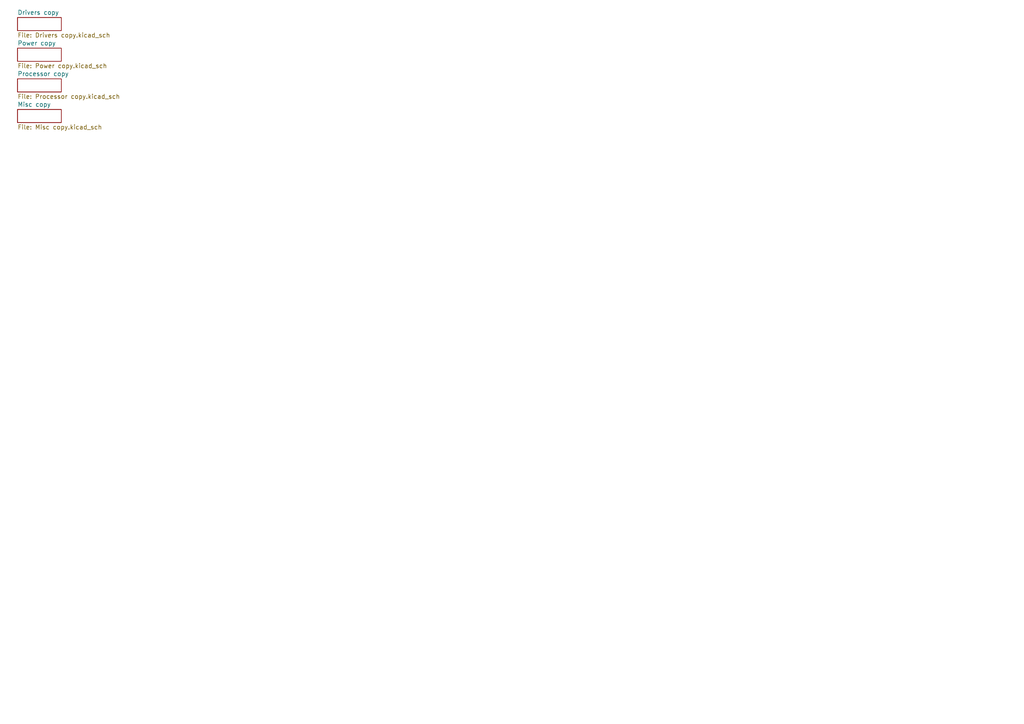
<source format=kicad_sch>
(kicad_sch
	(version 20231120)
	(generator "eeschema")
	(generator_version "8.0")
	(uuid "26efec90-6385-4ebd-b1b9-ffaff8171219")
	(paper "A4")
	(lib_symbols)
	(sheet
		(at 5.08 31.75)
		(size 12.7 3.81)
		(fields_autoplaced yes)
		(stroke
			(width 0)
			(type solid)
		)
		(fill
			(color 0 0 0 0.0000)
		)
		(uuid "349b5199-0282-487f-8803-47dbc63225aa")
		(property "Sheetname" "Misc copy"
			(at 5.08 31.0384 0)
			(effects
				(font
					(size 1.27 1.27)
				)
				(justify left bottom)
			)
		)
		(property "Sheetfile" "Misc copy.kicad_sch"
			(at 5.08 36.1446 0)
			(effects
				(font
					(size 1.27 1.27)
				)
				(justify left top)
			)
		)
		(instances
			(project "MaxESP4 copy copy_c1cb7883840a471ebb8e0ee38e84db47"
				(path "/26efec90-6385-4ebd-b1b9-ffaff8171219"
					(page "4")
				)
			)
		)
	)
	(sheet
		(at 5.08 13.97)
		(size 12.7 3.81)
		(fields_autoplaced yes)
		(stroke
			(width 0)
			(type solid)
		)
		(fill
			(color 0 0 0 0.0000)
		)
		(uuid "5c6a6b20-6962-45a6-881e-ccc2dcd0f7db")
		(property "Sheetname" "Power copy"
			(at 5.08 13.2584 0)
			(effects
				(font
					(size 1.27 1.27)
				)
				(justify left bottom)
			)
		)
		(property "Sheetfile" "Power copy.kicad_sch"
			(at 5.08 18.3646 0)
			(effects
				(font
					(size 1.27 1.27)
				)
				(justify left top)
			)
		)
		(instances
			(project "MaxESP4 copy copy_c1cb7883840a471ebb8e0ee38e84db47"
				(path "/26efec90-6385-4ebd-b1b9-ffaff8171219"
					(page "2")
				)
			)
		)
	)
	(sheet
		(at 5.08 22.86)
		(size 12.7 3.81)
		(fields_autoplaced yes)
		(stroke
			(width 0)
			(type solid)
		)
		(fill
			(color 0 0 0 0.0000)
		)
		(uuid "63f2e990-c20d-46c0-ba55-1c2a3098e2dc")
		(property "Sheetname" "Processor copy"
			(at 5.08 22.1484 0)
			(effects
				(font
					(size 1.27 1.27)
				)
				(justify left bottom)
			)
		)
		(property "Sheetfile" "Processor copy.kicad_sch"
			(at 5.08 27.2546 0)
			(effects
				(font
					(size 1.27 1.27)
				)
				(justify left top)
			)
		)
		(instances
			(project "MaxESP4 copy copy_c1cb7883840a471ebb8e0ee38e84db47"
				(path "/26efec90-6385-4ebd-b1b9-ffaff8171219"
					(page "3")
				)
			)
		)
	)
	(sheet
		(at 5.08 5.08)
		(size 12.7 3.81)
		(fields_autoplaced yes)
		(stroke
			(width 0)
			(type solid)
		)
		(fill
			(color 0 0 0 0.0000)
		)
		(uuid "ac35c1c1-6e69-4042-abc2-118bf95b5db3")
		(property "Sheetname" "Drivers copy"
			(at 5.08 4.3684 0)
			(effects
				(font
					(size 1.27 1.27)
				)
				(justify left bottom)
			)
		)
		(property "Sheetfile" "Drivers copy.kicad_sch"
			(at 5.08 9.4746 0)
			(effects
				(font
					(size 1.27 1.27)
				)
				(justify left top)
			)
		)
		(instances
			(project "MaxESP4 copy copy_c1cb7883840a471ebb8e0ee38e84db47"
				(path "/26efec90-6385-4ebd-b1b9-ffaff8171219"
					(page "1")
				)
			)
		)
	)
)

</source>
